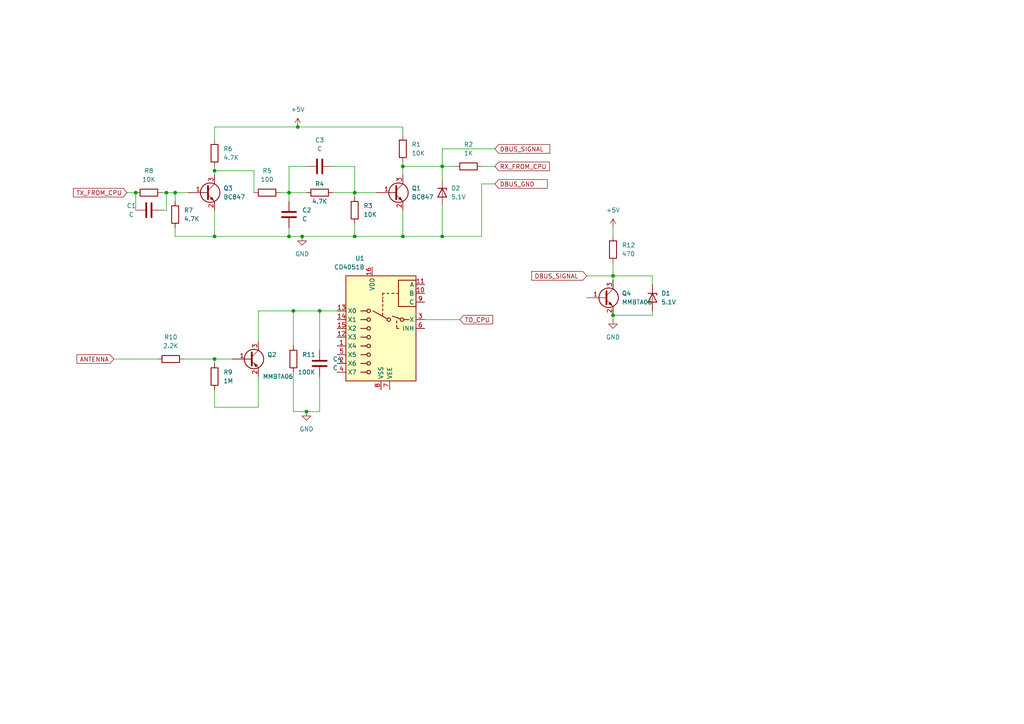
<source format=kicad_sch>
(kicad_sch (version 20230121) (generator eeschema)

  (uuid e49dddc3-da5f-4ba5-9b10-7467357d663a)

  (paper "A4")

  (lib_symbols
    (symbol "Analog_Switch:CD4051B" (in_bom yes) (on_board yes)
      (property "Reference" "U" (at -10.16 16.51 0)
        (effects (font (size 1.27 1.27)) (justify left))
      )
      (property "Value" "CD4051B" (at 3.81 16.51 0)
        (effects (font (size 1.27 1.27)) (justify left))
      )
      (property "Footprint" "" (at 3.81 -19.05 0)
        (effects (font (size 1.27 1.27)) (justify left) hide)
      )
      (property "Datasheet" "http://www.ti.com/lit/ds/symlink/cd4052b.pdf" (at -0.508 2.54 0)
        (effects (font (size 1.27 1.27)) hide)
      )
      (property "ki_keywords" "analog switch selector multiplexer" (at 0 0 0)
        (effects (font (size 1.27 1.27)) hide)
      )
      (property "ki_description" "CMOS single 8-channel analog multiplexer demultiplexer, TSSOP-16/DIP-16/SOIC-16" (at 0 0 0)
        (effects (font (size 1.27 1.27)) hide)
      )
      (property "ki_fp_filters" "TSSOP*4.4x5mm*P0.65mm* DIP*W7.62* SOIC*3.9x9.9mm*P1.27mm* SO*5.3x10.2mm*P1.27mm*" (at 0 0 0)
        (effects (font (size 1.27 1.27)) hide)
      )
      (symbol "CD4051B_0_1"
        (rectangle (start -10.16 6.35) (end -5.08 13.97)
          (stroke (width 0.254) (type default))
          (fill (type none))
        )
        (rectangle (start -10.16 15.24) (end 10.16 -15.24)
          (stroke (width 0.254) (type default))
          (fill (type background))
        )
        (circle (center -6.096 2.54) (radius 0.508)
          (stroke (width 0.254) (type default))
          (fill (type none))
        )
        (circle (center -2.286 2.54) (radius 0.508)
          (stroke (width 0.254) (type default))
          (fill (type none))
        )
        (polyline
          (pts
            (xy -8.128 2.54)
            (xy -6.604 2.54)
          )
          (stroke (width 0.254) (type default))
          (fill (type none))
        )
        (polyline
          (pts
            (xy -5.588 2.794)
            (xy -3.302 3.556)
          )
          (stroke (width 0.254) (type default))
          (fill (type none))
        )
        (polyline
          (pts
            (xy -4.572 0)
            (xy -5.207 0)
          )
          (stroke (width 0.254) (type default))
          (fill (type none))
        )
        (polyline
          (pts
            (xy -4.572 0.254)
            (xy -4.572 0.889)
          )
          (stroke (width 0.254) (type default))
          (fill (type none))
        )
        (polyline
          (pts
            (xy -4.572 1.524)
            (xy -4.572 2.159)
          )
          (stroke (width 0.254) (type default))
          (fill (type none))
        )
        (polyline
          (pts
            (xy -4.572 10.16)
            (xy -5.08 10.16)
          )
          (stroke (width 0.254) (type default))
          (fill (type none))
        )
        (polyline
          (pts
            (xy -3.81 10.16)
            (xy -3.175 10.16)
          )
          (stroke (width 0.254) (type default))
          (fill (type none))
        )
        (polyline
          (pts
            (xy -1.778 2.794)
            (xy 2.286 5.08)
          )
          (stroke (width 0.254) (type default))
          (fill (type none))
        )
        (polyline
          (pts
            (xy -1.778 10.16)
            (xy -2.286 10.16)
          )
          (stroke (width 0.254) (type default))
          (fill (type none))
        )
        (polyline
          (pts
            (xy -0.508 3.81)
            (xy -0.508 4.445)
          )
          (stroke (width 0.254) (type default))
          (fill (type none))
        )
        (polyline
          (pts
            (xy -0.508 5.08)
            (xy -0.508 5.715)
          )
          (stroke (width 0.254) (type default))
          (fill (type none))
        )
        (polyline
          (pts
            (xy -0.508 6.35)
            (xy -0.508 6.985)
          )
          (stroke (width 0.254) (type default))
          (fill (type none))
        )
        (polyline
          (pts
            (xy -0.508 7.62)
            (xy -0.508 8.255)
          )
          (stroke (width 0.254) (type default))
          (fill (type none))
        )
        (polyline
          (pts
            (xy -0.508 8.636)
            (xy -0.508 9.144)
          )
          (stroke (width 0.254) (type default))
          (fill (type none))
        )
        (polyline
          (pts
            (xy -0.508 9.652)
            (xy -0.508 10.16)
          )
          (stroke (width 0.254) (type default))
          (fill (type none))
        )
        (polyline
          (pts
            (xy -0.508 10.16)
            (xy -1.016 10.16)
          )
          (stroke (width 0.254) (type default))
          (fill (type none))
        )
        (polyline
          (pts
            (xy 4.064 -12.7)
            (xy 5.842 -12.7)
          )
          (stroke (width 0.254) (type default))
          (fill (type none))
        )
        (polyline
          (pts
            (xy 4.064 -10.16)
            (xy 5.842 -10.16)
          )
          (stroke (width 0.254) (type default))
          (fill (type none))
        )
        (polyline
          (pts
            (xy 4.064 -7.62)
            (xy 5.842 -7.62)
          )
          (stroke (width 0.254) (type default))
          (fill (type none))
        )
        (polyline
          (pts
            (xy 4.064 -5.08)
            (xy 5.842 -5.08)
          )
          (stroke (width 0.254) (type default))
          (fill (type none))
        )
        (polyline
          (pts
            (xy 4.064 -2.54)
            (xy 5.842 -2.54)
          )
          (stroke (width 0.254) (type default))
          (fill (type none))
        )
        (polyline
          (pts
            (xy 4.064 0)
            (xy 5.842 0)
          )
          (stroke (width 0.254) (type default))
          (fill (type none))
        )
        (polyline
          (pts
            (xy 4.064 2.54)
            (xy 5.842 2.54)
          )
          (stroke (width 0.254) (type default))
          (fill (type none))
        )
        (polyline
          (pts
            (xy 4.064 5.08)
            (xy 5.842 5.08)
          )
          (stroke (width 0.254) (type default))
          (fill (type none))
        )
        (circle (center 3.556 -12.7) (radius 0.508)
          (stroke (width 0.254) (type default))
          (fill (type none))
        )
        (circle (center 3.556 -10.16) (radius 0.508)
          (stroke (width 0.254) (type default))
          (fill (type none))
        )
        (circle (center 3.556 -7.62) (radius 0.508)
          (stroke (width 0.254) (type default))
          (fill (type none))
        )
        (circle (center 3.556 -5.08) (radius 0.508)
          (stroke (width 0.254) (type default))
          (fill (type none))
        )
        (circle (center 3.556 -2.54) (radius 0.508)
          (stroke (width 0.254) (type default))
          (fill (type none))
        )
        (circle (center 3.556 0) (radius 0.508)
          (stroke (width 0.254) (type default))
          (fill (type none))
        )
        (circle (center 3.556 2.54) (radius 0.508)
          (stroke (width 0.254) (type default))
          (fill (type none))
        )
        (circle (center 3.556 5.08) (radius 0.508)
          (stroke (width 0.254) (type default))
          (fill (type none))
        )
      )
      (symbol "CD4051B_1_1"
        (pin bidirectional line (at 12.7 -5.08 180) (length 2.54)
          (name "X4" (effects (font (size 1.27 1.27))))
          (number "1" (effects (font (size 1.27 1.27))))
        )
        (pin input line (at -12.7 10.16 0) (length 2.54)
          (name "B" (effects (font (size 1.27 1.27))))
          (number "10" (effects (font (size 1.27 1.27))))
        )
        (pin input line (at -12.7 12.7 0) (length 2.54)
          (name "A" (effects (font (size 1.27 1.27))))
          (number "11" (effects (font (size 1.27 1.27))))
        )
        (pin bidirectional line (at 12.7 -2.54 180) (length 2.54)
          (name "X3" (effects (font (size 1.27 1.27))))
          (number "12" (effects (font (size 1.27 1.27))))
        )
        (pin bidirectional line (at 12.7 5.08 180) (length 2.54)
          (name "X0" (effects (font (size 1.27 1.27))))
          (number "13" (effects (font (size 1.27 1.27))))
        )
        (pin bidirectional line (at 12.7 2.54 180) (length 2.54)
          (name "X1" (effects (font (size 1.27 1.27))))
          (number "14" (effects (font (size 1.27 1.27))))
        )
        (pin bidirectional line (at 12.7 0 180) (length 2.54)
          (name "X2" (effects (font (size 1.27 1.27))))
          (number "15" (effects (font (size 1.27 1.27))))
        )
        (pin power_in line (at 2.54 17.78 270) (length 2.54)
          (name "VDD" (effects (font (size 1.27 1.27))))
          (number "16" (effects (font (size 1.27 1.27))))
        )
        (pin bidirectional line (at 12.7 -10.16 180) (length 2.54)
          (name "X6" (effects (font (size 1.27 1.27))))
          (number "2" (effects (font (size 1.27 1.27))))
        )
        (pin bidirectional line (at -12.7 2.54 0) (length 2.54)
          (name "X" (effects (font (size 1.27 1.27))))
          (number "3" (effects (font (size 1.27 1.27))))
        )
        (pin bidirectional line (at 12.7 -12.7 180) (length 2.54)
          (name "X7" (effects (font (size 1.27 1.27))))
          (number "4" (effects (font (size 1.27 1.27))))
        )
        (pin bidirectional line (at 12.7 -7.62 180) (length 2.54)
          (name "X5" (effects (font (size 1.27 1.27))))
          (number "5" (effects (font (size 1.27 1.27))))
        )
        (pin input line (at -12.7 0 0) (length 2.54)
          (name "INH" (effects (font (size 1.27 1.27))))
          (number "6" (effects (font (size 1.27 1.27))))
        )
        (pin power_in line (at -2.54 -17.78 90) (length 2.54)
          (name "VEE" (effects (font (size 1.27 1.27))))
          (number "7" (effects (font (size 1.27 1.27))))
        )
        (pin power_in line (at 0 -17.78 90) (length 2.54)
          (name "VSS" (effects (font (size 1.27 1.27))))
          (number "8" (effects (font (size 1.27 1.27))))
        )
        (pin input line (at -12.7 7.62 0) (length 2.54)
          (name "C" (effects (font (size 1.27 1.27))))
          (number "9" (effects (font (size 1.27 1.27))))
        )
      )
    )
    (symbol "Device:C" (pin_numbers hide) (pin_names (offset 0.254)) (in_bom yes) (on_board yes)
      (property "Reference" "C" (at 0.635 2.54 0)
        (effects (font (size 1.27 1.27)) (justify left))
      )
      (property "Value" "C" (at 0.635 -2.54 0)
        (effects (font (size 1.27 1.27)) (justify left))
      )
      (property "Footprint" "" (at 0.9652 -3.81 0)
        (effects (font (size 1.27 1.27)) hide)
      )
      (property "Datasheet" "~" (at 0 0 0)
        (effects (font (size 1.27 1.27)) hide)
      )
      (property "ki_keywords" "cap capacitor" (at 0 0 0)
        (effects (font (size 1.27 1.27)) hide)
      )
      (property "ki_description" "Unpolarized capacitor" (at 0 0 0)
        (effects (font (size 1.27 1.27)) hide)
      )
      (property "ki_fp_filters" "C_*" (at 0 0 0)
        (effects (font (size 1.27 1.27)) hide)
      )
      (symbol "C_0_1"
        (polyline
          (pts
            (xy -2.032 -0.762)
            (xy 2.032 -0.762)
          )
          (stroke (width 0.508) (type default))
          (fill (type none))
        )
        (polyline
          (pts
            (xy -2.032 0.762)
            (xy 2.032 0.762)
          )
          (stroke (width 0.508) (type default))
          (fill (type none))
        )
      )
      (symbol "C_1_1"
        (pin passive line (at 0 3.81 270) (length 2.794)
          (name "~" (effects (font (size 1.27 1.27))))
          (number "1" (effects (font (size 1.27 1.27))))
        )
        (pin passive line (at 0 -3.81 90) (length 2.794)
          (name "~" (effects (font (size 1.27 1.27))))
          (number "2" (effects (font (size 1.27 1.27))))
        )
      )
    )
    (symbol "Device:D_Zener" (pin_numbers hide) (pin_names (offset 1.016) hide) (in_bom yes) (on_board yes)
      (property "Reference" "D" (at 0 2.54 0)
        (effects (font (size 1.27 1.27)))
      )
      (property "Value" "D_Zener" (at 0 -2.54 0)
        (effects (font (size 1.27 1.27)))
      )
      (property "Footprint" "" (at 0 0 0)
        (effects (font (size 1.27 1.27)) hide)
      )
      (property "Datasheet" "~" (at 0 0 0)
        (effects (font (size 1.27 1.27)) hide)
      )
      (property "ki_keywords" "diode" (at 0 0 0)
        (effects (font (size 1.27 1.27)) hide)
      )
      (property "ki_description" "Zener diode" (at 0 0 0)
        (effects (font (size 1.27 1.27)) hide)
      )
      (property "ki_fp_filters" "TO-???* *_Diode_* *SingleDiode* D_*" (at 0 0 0)
        (effects (font (size 1.27 1.27)) hide)
      )
      (symbol "D_Zener_0_1"
        (polyline
          (pts
            (xy 1.27 0)
            (xy -1.27 0)
          )
          (stroke (width 0) (type default))
          (fill (type none))
        )
        (polyline
          (pts
            (xy -1.27 -1.27)
            (xy -1.27 1.27)
            (xy -0.762 1.27)
          )
          (stroke (width 0.254) (type default))
          (fill (type none))
        )
        (polyline
          (pts
            (xy 1.27 -1.27)
            (xy 1.27 1.27)
            (xy -1.27 0)
            (xy 1.27 -1.27)
          )
          (stroke (width 0.254) (type default))
          (fill (type none))
        )
      )
      (symbol "D_Zener_1_1"
        (pin passive line (at -3.81 0 0) (length 2.54)
          (name "K" (effects (font (size 1.27 1.27))))
          (number "1" (effects (font (size 1.27 1.27))))
        )
        (pin passive line (at 3.81 0 180) (length 2.54)
          (name "A" (effects (font (size 1.27 1.27))))
          (number "2" (effects (font (size 1.27 1.27))))
        )
      )
    )
    (symbol "Device:R" (pin_numbers hide) (pin_names (offset 0)) (in_bom yes) (on_board yes)
      (property "Reference" "R" (at 2.032 0 90)
        (effects (font (size 1.27 1.27)))
      )
      (property "Value" "R" (at 0 0 90)
        (effects (font (size 1.27 1.27)))
      )
      (property "Footprint" "" (at -1.778 0 90)
        (effects (font (size 1.27 1.27)) hide)
      )
      (property "Datasheet" "~" (at 0 0 0)
        (effects (font (size 1.27 1.27)) hide)
      )
      (property "ki_keywords" "R res resistor" (at 0 0 0)
        (effects (font (size 1.27 1.27)) hide)
      )
      (property "ki_description" "Resistor" (at 0 0 0)
        (effects (font (size 1.27 1.27)) hide)
      )
      (property "ki_fp_filters" "R_*" (at 0 0 0)
        (effects (font (size 1.27 1.27)) hide)
      )
      (symbol "R_0_1"
        (rectangle (start -1.016 -2.54) (end 1.016 2.54)
          (stroke (width 0.254) (type default))
          (fill (type none))
        )
      )
      (symbol "R_1_1"
        (pin passive line (at 0 3.81 270) (length 1.27)
          (name "~" (effects (font (size 1.27 1.27))))
          (number "1" (effects (font (size 1.27 1.27))))
        )
        (pin passive line (at 0 -3.81 90) (length 1.27)
          (name "~" (effects (font (size 1.27 1.27))))
          (number "2" (effects (font (size 1.27 1.27))))
        )
      )
    )
    (symbol "Transistor_BJT:BC847" (pin_names (offset 0) hide) (in_bom yes) (on_board yes)
      (property "Reference" "Q" (at 5.08 1.905 0)
        (effects (font (size 1.27 1.27)) (justify left))
      )
      (property "Value" "BC847" (at 5.08 0 0)
        (effects (font (size 1.27 1.27)) (justify left))
      )
      (property "Footprint" "Package_TO_SOT_SMD:SOT-23" (at 5.08 -1.905 0)
        (effects (font (size 1.27 1.27) italic) (justify left) hide)
      )
      (property "Datasheet" "http://www.infineon.com/dgdl/Infineon-BC847SERIES_BC848SERIES_BC849SERIES_BC850SERIES-DS-v01_01-en.pdf?fileId=db3a304314dca389011541d4630a1657" (at 0 0 0)
        (effects (font (size 1.27 1.27)) (justify left) hide)
      )
      (property "ki_keywords" "NPN Small Signal Transistor" (at 0 0 0)
        (effects (font (size 1.27 1.27)) hide)
      )
      (property "ki_description" "0.1A Ic, 45V Vce, NPN Transistor, SOT-23" (at 0 0 0)
        (effects (font (size 1.27 1.27)) hide)
      )
      (property "ki_fp_filters" "SOT?23*" (at 0 0 0)
        (effects (font (size 1.27 1.27)) hide)
      )
      (symbol "BC847_0_1"
        (polyline
          (pts
            (xy 0.635 0.635)
            (xy 2.54 2.54)
          )
          (stroke (width 0) (type default))
          (fill (type none))
        )
        (polyline
          (pts
            (xy 0.635 -0.635)
            (xy 2.54 -2.54)
            (xy 2.54 -2.54)
          )
          (stroke (width 0) (type default))
          (fill (type none))
        )
        (polyline
          (pts
            (xy 0.635 1.905)
            (xy 0.635 -1.905)
            (xy 0.635 -1.905)
          )
          (stroke (width 0.508) (type default))
          (fill (type none))
        )
        (polyline
          (pts
            (xy 1.27 -1.778)
            (xy 1.778 -1.27)
            (xy 2.286 -2.286)
            (xy 1.27 -1.778)
            (xy 1.27 -1.778)
          )
          (stroke (width 0) (type default))
          (fill (type outline))
        )
        (circle (center 1.27 0) (radius 2.8194)
          (stroke (width 0.254) (type default))
          (fill (type none))
        )
      )
      (symbol "BC847_1_1"
        (pin input line (at -5.08 0 0) (length 5.715)
          (name "B" (effects (font (size 1.27 1.27))))
          (number "1" (effects (font (size 1.27 1.27))))
        )
        (pin passive line (at 2.54 -5.08 90) (length 2.54)
          (name "E" (effects (font (size 1.27 1.27))))
          (number "2" (effects (font (size 1.27 1.27))))
        )
        (pin passive line (at 2.54 5.08 270) (length 2.54)
          (name "C" (effects (font (size 1.27 1.27))))
          (number "3" (effects (font (size 1.27 1.27))))
        )
      )
    )
    (symbol "Transistor_BJT:BC858" (pin_names (offset 0) hide) (in_bom yes) (on_board yes)
      (property "Reference" "Q" (at 5.08 1.905 0)
        (effects (font (size 1.27 1.27)) (justify left))
      )
      (property "Value" "BC858" (at 5.08 0 0)
        (effects (font (size 1.27 1.27)) (justify left))
      )
      (property "Footprint" "Package_TO_SOT_SMD:SOT-23" (at 5.08 -1.905 0)
        (effects (font (size 1.27 1.27) italic) (justify left) hide)
      )
      (property "Datasheet" "https://www.onsemi.com/pub/Collateral/BC860-D.pdf" (at 0 0 0)
        (effects (font (size 1.27 1.27)) (justify left) hide)
      )
      (property "ki_keywords" "PNP transistor" (at 0 0 0)
        (effects (font (size 1.27 1.27)) hide)
      )
      (property "ki_description" "0.1A Ic, 30V Vce, PNP Transistor, SOT-23" (at 0 0 0)
        (effects (font (size 1.27 1.27)) hide)
      )
      (property "ki_fp_filters" "SOT?23*" (at 0 0 0)
        (effects (font (size 1.27 1.27)) hide)
      )
      (symbol "BC858_0_1"
        (polyline
          (pts
            (xy 0.635 0.635)
            (xy 2.54 2.54)
          )
          (stroke (width 0) (type default))
          (fill (type none))
        )
        (polyline
          (pts
            (xy 0.635 -0.635)
            (xy 2.54 -2.54)
            (xy 2.54 -2.54)
          )
          (stroke (width 0) (type default))
          (fill (type none))
        )
        (polyline
          (pts
            (xy 0.635 1.905)
            (xy 0.635 -1.905)
            (xy 0.635 -1.905)
          )
          (stroke (width 0.508) (type default))
          (fill (type none))
        )
        (polyline
          (pts
            (xy 2.286 -1.778)
            (xy 1.778 -2.286)
            (xy 1.27 -1.27)
            (xy 2.286 -1.778)
            (xy 2.286 -1.778)
          )
          (stroke (width 0) (type default))
          (fill (type outline))
        )
        (circle (center 1.27 0) (radius 2.8194)
          (stroke (width 0.254) (type default))
          (fill (type none))
        )
      )
      (symbol "BC858_1_1"
        (pin input line (at -5.08 0 0) (length 5.715)
          (name "B" (effects (font (size 1.27 1.27))))
          (number "1" (effects (font (size 1.27 1.27))))
        )
        (pin passive line (at 2.54 -5.08 90) (length 2.54)
          (name "E" (effects (font (size 1.27 1.27))))
          (number "2" (effects (font (size 1.27 1.27))))
        )
        (pin passive line (at 2.54 5.08 270) (length 2.54)
          (name "C" (effects (font (size 1.27 1.27))))
          (number "3" (effects (font (size 1.27 1.27))))
        )
      )
    )
    (symbol "Transistor_BJT:MMBTA42" (pin_names (offset 0) hide) (in_bom yes) (on_board yes)
      (property "Reference" "Q" (at 5.08 1.905 0)
        (effects (font (size 1.27 1.27)) (justify left))
      )
      (property "Value" "MMBTA42" (at 5.08 0 0)
        (effects (font (size 1.27 1.27)) (justify left))
      )
      (property "Footprint" "Package_TO_SOT_SMD:SOT-23" (at 5.08 -1.905 0)
        (effects (font (size 1.27 1.27) italic) (justify left) hide)
      )
      (property "Datasheet" "https://www.onsemi.com/pub/Collateral/MMBTA42LT1-D.PDF" (at 0 0 0)
        (effects (font (size 1.27 1.27)) (justify left) hide)
      )
      (property "ki_keywords" "NPN High Voltage Transistor" (at 0 0 0)
        (effects (font (size 1.27 1.27)) hide)
      )
      (property "ki_description" "0.5A Ic, 300V Vce, NPN High Voltage Transistor, SOT-23" (at 0 0 0)
        (effects (font (size 1.27 1.27)) hide)
      )
      (property "ki_fp_filters" "SOT?23*" (at 0 0 0)
        (effects (font (size 1.27 1.27)) hide)
      )
      (symbol "MMBTA42_0_1"
        (polyline
          (pts
            (xy 0 0)
            (xy 0.635 0)
          )
          (stroke (width 0) (type default))
          (fill (type none))
        )
        (polyline
          (pts
            (xy 0.635 0.635)
            (xy 2.54 2.54)
          )
          (stroke (width 0) (type default))
          (fill (type none))
        )
        (polyline
          (pts
            (xy 0.635 -0.635)
            (xy 2.54 -2.54)
            (xy 2.54 -2.54)
          )
          (stroke (width 0) (type default))
          (fill (type none))
        )
        (polyline
          (pts
            (xy 0.635 1.905)
            (xy 0.635 -1.905)
            (xy 0.635 -1.905)
          )
          (stroke (width 0.508) (type default))
          (fill (type none))
        )
        (polyline
          (pts
            (xy 1.27 -1.778)
            (xy 1.778 -1.27)
            (xy 2.286 -2.286)
            (xy 1.27 -1.778)
            (xy 1.27 -1.778)
          )
          (stroke (width 0) (type default))
          (fill (type outline))
        )
        (circle (center 1.27 0) (radius 2.8194)
          (stroke (width 0.254) (type default))
          (fill (type none))
        )
      )
      (symbol "MMBTA42_1_1"
        (pin input line (at -5.08 0 0) (length 5.08)
          (name "B" (effects (font (size 1.27 1.27))))
          (number "1" (effects (font (size 1.27 1.27))))
        )
        (pin passive line (at 2.54 -5.08 90) (length 2.54)
          (name "E" (effects (font (size 1.27 1.27))))
          (number "2" (effects (font (size 1.27 1.27))))
        )
        (pin passive line (at 2.54 5.08 270) (length 2.54)
          (name "C" (effects (font (size 1.27 1.27))))
          (number "3" (effects (font (size 1.27 1.27))))
        )
      )
    )
    (symbol "power:+5V" (power) (pin_names (offset 0)) (in_bom yes) (on_board yes)
      (property "Reference" "#PWR" (at 0 -3.81 0)
        (effects (font (size 1.27 1.27)) hide)
      )
      (property "Value" "+5V" (at 0 3.556 0)
        (effects (font (size 1.27 1.27)))
      )
      (property "Footprint" "" (at 0 0 0)
        (effects (font (size 1.27 1.27)) hide)
      )
      (property "Datasheet" "" (at 0 0 0)
        (effects (font (size 1.27 1.27)) hide)
      )
      (property "ki_keywords" "global power" (at 0 0 0)
        (effects (font (size 1.27 1.27)) hide)
      )
      (property "ki_description" "Power symbol creates a global label with name \"+5V\"" (at 0 0 0)
        (effects (font (size 1.27 1.27)) hide)
      )
      (symbol "+5V_0_1"
        (polyline
          (pts
            (xy -0.762 1.27)
            (xy 0 2.54)
          )
          (stroke (width 0) (type default))
          (fill (type none))
        )
        (polyline
          (pts
            (xy 0 0)
            (xy 0 2.54)
          )
          (stroke (width 0) (type default))
          (fill (type none))
        )
        (polyline
          (pts
            (xy 0 2.54)
            (xy 0.762 1.27)
          )
          (stroke (width 0) (type default))
          (fill (type none))
        )
      )
      (symbol "+5V_1_1"
        (pin power_in line (at 0 0 90) (length 0) hide
          (name "+5V" (effects (font (size 1.27 1.27))))
          (number "1" (effects (font (size 1.27 1.27))))
        )
      )
    )
    (symbol "power:GND" (power) (pin_names (offset 0)) (in_bom yes) (on_board yes)
      (property "Reference" "#PWR" (at 0 -6.35 0)
        (effects (font (size 1.27 1.27)) hide)
      )
      (property "Value" "GND" (at 0 -3.81 0)
        (effects (font (size 1.27 1.27)))
      )
      (property "Footprint" "" (at 0 0 0)
        (effects (font (size 1.27 1.27)) hide)
      )
      (property "Datasheet" "" (at 0 0 0)
        (effects (font (size 1.27 1.27)) hide)
      )
      (property "ki_keywords" "global power" (at 0 0 0)
        (effects (font (size 1.27 1.27)) hide)
      )
      (property "ki_description" "Power symbol creates a global label with name \"GND\" , ground" (at 0 0 0)
        (effects (font (size 1.27 1.27)) hide)
      )
      (symbol "GND_0_1"
        (polyline
          (pts
            (xy 0 0)
            (xy 0 -1.27)
            (xy 1.27 -1.27)
            (xy 0 -2.54)
            (xy -1.27 -1.27)
            (xy 0 -1.27)
          )
          (stroke (width 0) (type default))
          (fill (type none))
        )
      )
      (symbol "GND_1_1"
        (pin power_in line (at 0 0 270) (length 0) hide
          (name "GND" (effects (font (size 1.27 1.27))))
          (number "1" (effects (font (size 1.27 1.27))))
        )
      )
    )
  )

  (junction (at 116.84 68.58) (diameter 0) (color 0 0 0 0)
    (uuid 1dbb73a3-9547-45eb-86ae-67948107587f)
  )
  (junction (at 48.26 55.88) (diameter 0) (color 0 0 0 0)
    (uuid 20a7f2cc-ce3d-4551-b957-772a15d765db)
  )
  (junction (at 128.27 48.26) (diameter 0) (color 0 0 0 0)
    (uuid 26727bdc-b534-44da-92a3-775a26d5e99f)
  )
  (junction (at 128.27 68.58) (diameter 0) (color 0 0 0 0)
    (uuid 3307e832-eda0-4df6-983f-8661b9b87042)
  )
  (junction (at 83.82 68.58) (diameter 0) (color 0 0 0 0)
    (uuid 340993df-4762-4fc0-bb93-11e9898c48da)
  )
  (junction (at 50.8 55.88) (diameter 0) (color 0 0 0 0)
    (uuid 444af3a6-193a-44f8-826c-0ee83e475d89)
  )
  (junction (at 177.8 91.44) (diameter 0) (color 0 0 0 0)
    (uuid 5124c508-6878-4dc2-872a-8ca21fc02a29)
  )
  (junction (at 62.23 68.58) (diameter 0) (color 0 0 0 0)
    (uuid 5a5ca521-330d-4ce2-a2be-b775e9e1a4ae)
  )
  (junction (at 92.71 90.17) (diameter 0) (color 0 0 0 0)
    (uuid 5aa3d53f-db47-4bbe-8dcf-80ea6d1e7389)
  )
  (junction (at 87.63 68.58) (diameter 0) (color 0 0 0 0)
    (uuid 6d701240-4d54-425c-9ed4-82af9fa790db)
  )
  (junction (at 86.36 36.83) (diameter 0) (color 0 0 0 0)
    (uuid 80369480-35d8-4631-b59f-9fd21cd94195)
  )
  (junction (at 39.37 55.88) (diameter 0) (color 0 0 0 0)
    (uuid 893915f6-8776-4c65-a099-6eca5e4fb1f9)
  )
  (junction (at 85.09 90.17) (diameter 0) (color 0 0 0 0)
    (uuid 97b0eb6e-599a-4215-890b-03bfb341fe6d)
  )
  (junction (at 83.82 55.88) (diameter 0) (color 0 0 0 0)
    (uuid 9d290c78-1813-4fd5-968a-d4e382f284fb)
  )
  (junction (at 177.8 80.01) (diameter 0) (color 0 0 0 0)
    (uuid a624136a-bb81-48ae-a74c-eea60b268bb8)
  )
  (junction (at 116.84 48.26) (diameter 0) (color 0 0 0 0)
    (uuid b18982e2-fa88-4563-8cda-b99e63bbcb48)
  )
  (junction (at 62.23 49.53) (diameter 0) (color 0 0 0 0)
    (uuid bde7c854-6d6c-42f3-bbcb-c5b60b84d6ee)
  )
  (junction (at 88.9 119.38) (diameter 0) (color 0 0 0 0)
    (uuid bf0667de-5918-41fa-b342-f14dd80f8037)
  )
  (junction (at 62.23 104.14) (diameter 0) (color 0 0 0 0)
    (uuid bfaa8e8f-8f5b-4784-85cd-481636bd6add)
  )
  (junction (at 102.87 55.88) (diameter 0) (color 0 0 0 0)
    (uuid d9e0718a-2376-4e5c-9177-61b623358a87)
  )
  (junction (at 102.87 68.58) (diameter 0) (color 0 0 0 0)
    (uuid e49b81f7-8633-4739-9966-61bb8051c9c4)
  )

  (wire (pts (xy 177.8 92.71) (xy 177.8 91.44))
    (stroke (width 0) (type default))
    (uuid 0039c9ff-bd40-422e-9e73-9a6eb8af01c4)
  )
  (wire (pts (xy 102.87 55.88) (xy 109.22 55.88))
    (stroke (width 0) (type default))
    (uuid 00ffaa02-ccc9-4db7-abe1-c01d7fb65a98)
  )
  (wire (pts (xy 123.19 92.71) (xy 133.35 92.71))
    (stroke (width 0) (type default))
    (uuid 0386b589-602c-407b-89cf-5b3b9218d9ca)
  )
  (wire (pts (xy 102.87 48.26) (xy 102.87 55.88))
    (stroke (width 0) (type default))
    (uuid 041fc0cc-ee89-477c-b387-f2d432febebc)
  )
  (wire (pts (xy 62.23 36.83) (xy 62.23 40.64))
    (stroke (width 0) (type default))
    (uuid 058f54d3-6932-4d03-b29e-23185a3be07b)
  )
  (wire (pts (xy 116.84 46.99) (xy 116.84 48.26))
    (stroke (width 0) (type default))
    (uuid 08c69e8a-8602-488b-84a3-13f8f5cebd1a)
  )
  (wire (pts (xy 62.23 68.58) (xy 83.82 68.58))
    (stroke (width 0) (type default))
    (uuid 0b2fc03b-70a3-4f1d-924f-49b51f1c230a)
  )
  (wire (pts (xy 85.09 107.95) (xy 85.09 119.38))
    (stroke (width 0) (type default))
    (uuid 11d65d68-1778-4db5-b505-b2552fe45143)
  )
  (wire (pts (xy 128.27 43.18) (xy 128.27 48.26))
    (stroke (width 0) (type default))
    (uuid 1395e8f2-0413-4bb8-834d-42d23e155e4a)
  )
  (wire (pts (xy 50.8 68.58) (xy 62.23 68.58))
    (stroke (width 0) (type default))
    (uuid 166b70f5-e69a-4811-969a-7e415e81a6fb)
  )
  (wire (pts (xy 48.26 55.88) (xy 50.8 55.88))
    (stroke (width 0) (type default))
    (uuid 1bc75584-1344-40dd-87e8-5970f21d125e)
  )
  (wire (pts (xy 85.09 90.17) (xy 74.93 90.17))
    (stroke (width 0) (type default))
    (uuid 229ff022-eb07-444d-a737-80af78eb980e)
  )
  (wire (pts (xy 132.08 48.26) (xy 128.27 48.26))
    (stroke (width 0) (type default))
    (uuid 2484c329-93c3-46b9-a13f-824a54054be0)
  )
  (wire (pts (xy 102.87 68.58) (xy 116.84 68.58))
    (stroke (width 0) (type default))
    (uuid 24d4cab7-eb91-4d05-ac8a-2d323e3465e8)
  )
  (wire (pts (xy 53.34 104.14) (xy 62.23 104.14))
    (stroke (width 0) (type default))
    (uuid 2dfd48fb-a7dc-4170-84d4-a2ea55ef8752)
  )
  (wire (pts (xy 128.27 48.26) (xy 128.27 52.07))
    (stroke (width 0) (type default))
    (uuid 2f13e827-a636-4753-bbde-837a601e8444)
  )
  (wire (pts (xy 139.7 68.58) (xy 128.27 68.58))
    (stroke (width 0) (type default))
    (uuid 302886cb-90e7-4fe7-8cf6-a0a6e8e3563c)
  )
  (wire (pts (xy 86.36 36.83) (xy 62.23 36.83))
    (stroke (width 0) (type default))
    (uuid 325bbd96-a5d4-4e7b-b111-a89eaad5494a)
  )
  (wire (pts (xy 177.8 66.04) (xy 177.8 68.58))
    (stroke (width 0) (type default))
    (uuid 354f570a-6516-4b91-b637-2b70ebfd1d90)
  )
  (wire (pts (xy 128.27 59.69) (xy 128.27 68.58))
    (stroke (width 0) (type default))
    (uuid 37a196c3-5261-4213-812e-3e6f876c5f23)
  )
  (wire (pts (xy 116.84 39.37) (xy 116.84 36.83))
    (stroke (width 0) (type default))
    (uuid 38f0af9e-8dd5-487c-889f-5df07c2fb46e)
  )
  (wire (pts (xy 74.93 90.17) (xy 74.93 99.06))
    (stroke (width 0) (type default))
    (uuid 4019b95f-86e3-4229-8118-0ef92708487e)
  )
  (wire (pts (xy 143.51 53.34) (xy 139.7 53.34))
    (stroke (width 0) (type default))
    (uuid 4ac5c5d2-ec88-4d96-bca9-8e02f9f43ddf)
  )
  (wire (pts (xy 62.23 49.53) (xy 62.23 50.8))
    (stroke (width 0) (type default))
    (uuid 4ee8d0f7-636e-4722-963d-3c0adce2e168)
  )
  (wire (pts (xy 143.51 43.18) (xy 128.27 43.18))
    (stroke (width 0) (type default))
    (uuid 4fb8c5c9-11b8-4b6a-ba28-909d166dd836)
  )
  (wire (pts (xy 116.84 48.26) (xy 116.84 50.8))
    (stroke (width 0) (type default))
    (uuid 502b6908-4e4e-423e-9802-49e0077e7070)
  )
  (wire (pts (xy 83.82 66.04) (xy 83.82 68.58))
    (stroke (width 0) (type default))
    (uuid 54b6cd84-75fa-4f8b-a1ff-e5ed44b8f32e)
  )
  (wire (pts (xy 62.23 118.11) (xy 74.93 118.11))
    (stroke (width 0) (type default))
    (uuid 578d86a1-4a4a-4914-a05d-5d3edccc0421)
  )
  (wire (pts (xy 88.9 48.26) (xy 83.82 48.26))
    (stroke (width 0) (type default))
    (uuid 5bcc1945-b82a-4f20-ab47-18c9cdec54c5)
  )
  (wire (pts (xy 83.82 55.88) (xy 88.9 55.88))
    (stroke (width 0) (type default))
    (uuid 5d2f6703-f6f6-46fa-b8c4-759bb131e303)
  )
  (wire (pts (xy 62.23 60.96) (xy 62.23 68.58))
    (stroke (width 0) (type default))
    (uuid 5ddcbc1c-72a8-4880-a7a6-775286962bb3)
  )
  (wire (pts (xy 33.02 104.14) (xy 45.72 104.14))
    (stroke (width 0) (type default))
    (uuid 5e1f3738-cf6c-4334-bd57-6191e40c3d93)
  )
  (wire (pts (xy 62.23 104.14) (xy 62.23 105.41))
    (stroke (width 0) (type default))
    (uuid 5fa8b6b9-cdf8-476d-b6b8-8ae438a5cf94)
  )
  (wire (pts (xy 36.83 55.88) (xy 39.37 55.88))
    (stroke (width 0) (type default))
    (uuid 65435ddd-8c8e-4332-8500-161d4fa01948)
  )
  (wire (pts (xy 102.87 55.88) (xy 102.87 57.15))
    (stroke (width 0) (type default))
    (uuid 67c9b673-969c-441c-9934-4aced68fddf4)
  )
  (wire (pts (xy 62.23 113.03) (xy 62.23 118.11))
    (stroke (width 0) (type default))
    (uuid 6fc65001-84ac-41f5-a6a8-2fd8af22464b)
  )
  (wire (pts (xy 177.8 80.01) (xy 177.8 76.2))
    (stroke (width 0) (type default))
    (uuid 728f87d9-7e8d-4337-97db-0e51399598f5)
  )
  (wire (pts (xy 189.23 90.17) (xy 189.23 91.44))
    (stroke (width 0) (type default))
    (uuid 78b99994-e97b-4d72-beb9-9da7c1915317)
  )
  (wire (pts (xy 177.8 91.44) (xy 189.23 91.44))
    (stroke (width 0) (type default))
    (uuid 8dcb9a13-6bad-4000-90bc-84e8f3ce9fa1)
  )
  (wire (pts (xy 97.79 90.17) (xy 92.71 90.17))
    (stroke (width 0) (type default))
    (uuid 8e038374-6d6b-474a-a9d8-3fe330fc7be8)
  )
  (wire (pts (xy 139.7 48.26) (xy 143.51 48.26))
    (stroke (width 0) (type default))
    (uuid 8f580dc6-0bf0-4546-8494-a8fba105a90a)
  )
  (wire (pts (xy 92.71 90.17) (xy 85.09 90.17))
    (stroke (width 0) (type default))
    (uuid 92eed3f2-be18-4c51-8e69-1823ce4ba90c)
  )
  (wire (pts (xy 116.84 60.96) (xy 116.84 68.58))
    (stroke (width 0) (type default))
    (uuid 93b584b1-b054-41f8-a90d-8a49acf3e21e)
  )
  (wire (pts (xy 62.23 104.14) (xy 67.31 104.14))
    (stroke (width 0) (type default))
    (uuid 97d3551c-1375-4540-9483-370e04f447f6)
  )
  (wire (pts (xy 83.82 48.26) (xy 83.82 55.88))
    (stroke (width 0) (type default))
    (uuid 98d518f9-c590-428a-bd23-eae1f5d5a780)
  )
  (wire (pts (xy 81.28 55.88) (xy 83.82 55.88))
    (stroke (width 0) (type default))
    (uuid a1a9bb8c-f3ce-4347-814b-f24ec04fc0e8)
  )
  (wire (pts (xy 139.7 53.34) (xy 139.7 68.58))
    (stroke (width 0) (type default))
    (uuid a39c2bbe-6f5e-480a-8f15-0cb7c46e9c01)
  )
  (wire (pts (xy 92.71 119.38) (xy 92.71 109.22))
    (stroke (width 0) (type default))
    (uuid a500de22-3439-4cb0-9320-81e3d1307199)
  )
  (wire (pts (xy 50.8 55.88) (xy 50.8 58.42))
    (stroke (width 0) (type default))
    (uuid aa12936d-7f88-465b-8838-2291f56af714)
  )
  (wire (pts (xy 48.26 60.96) (xy 48.26 55.88))
    (stroke (width 0) (type default))
    (uuid b08d621d-e7f7-4342-88c2-2ab820a633aa)
  )
  (wire (pts (xy 83.82 55.88) (xy 83.82 58.42))
    (stroke (width 0) (type default))
    (uuid b1741695-0e12-415f-8487-f57ebae9a093)
  )
  (wire (pts (xy 177.8 80.01) (xy 177.8 81.28))
    (stroke (width 0) (type default))
    (uuid b4decc2f-9adb-49a8-af16-02ca2b9d1639)
  )
  (wire (pts (xy 116.84 68.58) (xy 128.27 68.58))
    (stroke (width 0) (type default))
    (uuid b5b1ecf6-f6d2-4f42-a647-9c723edda986)
  )
  (wire (pts (xy 88.9 119.38) (xy 92.71 119.38))
    (stroke (width 0) (type default))
    (uuid b6c8d5cd-5ff0-4019-954b-48c2f360ed7d)
  )
  (wire (pts (xy 74.93 118.11) (xy 74.93 109.22))
    (stroke (width 0) (type default))
    (uuid b8dad063-b040-41ca-8771-3f099a597b69)
  )
  (wire (pts (xy 102.87 64.77) (xy 102.87 68.58))
    (stroke (width 0) (type default))
    (uuid c4d382a7-cb47-4167-becf-89896bea8001)
  )
  (wire (pts (xy 96.52 55.88) (xy 102.87 55.88))
    (stroke (width 0) (type default))
    (uuid c9a04112-77b9-49e9-91df-aeeef746155c)
  )
  (wire (pts (xy 85.09 90.17) (xy 85.09 100.33))
    (stroke (width 0) (type default))
    (uuid cfac9c61-a431-4eab-91f3-fdd044025353)
  )
  (wire (pts (xy 46.99 55.88) (xy 48.26 55.88))
    (stroke (width 0) (type default))
    (uuid d5264d64-cee7-40e9-9a72-aac64238f1a2)
  )
  (wire (pts (xy 50.8 66.04) (xy 50.8 68.58))
    (stroke (width 0) (type default))
    (uuid d6e16212-e728-4ac8-b608-266b1addaebc)
  )
  (wire (pts (xy 116.84 48.26) (xy 128.27 48.26))
    (stroke (width 0) (type default))
    (uuid d759318a-9599-4430-aa1b-5667b765a992)
  )
  (wire (pts (xy 46.99 60.96) (xy 48.26 60.96))
    (stroke (width 0) (type default))
    (uuid d77b57e4-63d8-45ec-b6be-8eeaf7be040e)
  )
  (wire (pts (xy 116.84 36.83) (xy 86.36 36.83))
    (stroke (width 0) (type default))
    (uuid debb3503-5316-490e-b4fa-95de0cc43376)
  )
  (wire (pts (xy 73.66 49.53) (xy 73.66 55.88))
    (stroke (width 0) (type default))
    (uuid decddda0-21d5-42ab-9627-849162d03a98)
  )
  (wire (pts (xy 83.82 68.58) (xy 87.63 68.58))
    (stroke (width 0) (type default))
    (uuid e0858fea-f2a5-448e-8dbd-cf9d2e26d4b7)
  )
  (wire (pts (xy 39.37 55.88) (xy 39.37 60.96))
    (stroke (width 0) (type default))
    (uuid e2ec4c9a-6d90-4d1a-bc65-38ebaf56e4f1)
  )
  (wire (pts (xy 85.09 119.38) (xy 88.9 119.38))
    (stroke (width 0) (type default))
    (uuid e3ae8df5-3577-4ea3-b7f7-d8c87d730a88)
  )
  (wire (pts (xy 189.23 80.01) (xy 189.23 82.55))
    (stroke (width 0) (type default))
    (uuid e6137c14-08d8-4b14-8e05-3f55017aa953)
  )
  (wire (pts (xy 50.8 55.88) (xy 54.61 55.88))
    (stroke (width 0) (type default))
    (uuid e7cd81d1-c15a-4aa5-bbeb-a7bcd2c48382)
  )
  (wire (pts (xy 170.18 80.01) (xy 177.8 80.01))
    (stroke (width 0) (type default))
    (uuid ead026a9-4234-4eaf-a745-c7177a47204d)
  )
  (wire (pts (xy 96.52 48.26) (xy 102.87 48.26))
    (stroke (width 0) (type default))
    (uuid ecad332c-759f-4194-8b78-a5c11e7afacd)
  )
  (wire (pts (xy 87.63 68.58) (xy 102.87 68.58))
    (stroke (width 0) (type default))
    (uuid ef4fe033-0d80-4c3c-bf72-a50f2fb6c286)
  )
  (wire (pts (xy 62.23 49.53) (xy 73.66 49.53))
    (stroke (width 0) (type default))
    (uuid f30d25ec-c706-4641-ac25-1400469ae8b4)
  )
  (wire (pts (xy 92.71 90.17) (xy 92.71 101.6))
    (stroke (width 0) (type default))
    (uuid f403abc4-49b2-4d1c-869d-fa63e034f792)
  )
  (wire (pts (xy 177.8 80.01) (xy 189.23 80.01))
    (stroke (width 0) (type default))
    (uuid f77bd813-7ee9-4f9c-9611-3077dd5b4a4b)
  )
  (wire (pts (xy 62.23 48.26) (xy 62.23 49.53))
    (stroke (width 0) (type default))
    (uuid fff7975a-064d-421b-8785-241b0e160663)
  )

  (global_label "DBUS_SIGNAL " (shape input) (at 170.18 80.01 180) (fields_autoplaced)
    (effects (font (size 1.27 1.27)) (justify right))
    (uuid 5c3b475b-cd30-46cc-a1fe-7c17a490436a)
    (property "Intersheetrefs" "${INTERSHEET_REFS}" (at 153.6481 80.01 0)
      (effects (font (size 1.27 1.27)) (justify right) hide)
    )
  )
  (global_label "RX_FROM_CPU" (shape input) (at 143.51 48.26 0) (fields_autoplaced)
    (effects (font (size 1.27 1.27)) (justify left))
    (uuid 8b9e500c-6a0d-4a89-aaa2-ec674a92abd8)
    (property "Intersheetrefs" "${INTERSHEET_REFS}" (at 159.9209 48.26 0)
      (effects (font (size 1.27 1.27)) (justify left) hide)
    )
  )
  (global_label "TO_CPU" (shape input) (at 133.35 92.71 0) (fields_autoplaced)
    (effects (font (size 1.27 1.27)) (justify left))
    (uuid 9629a9a2-3792-494a-ae0f-05c5a3434108)
    (property "Intersheetrefs" "${INTERSHEET_REFS}" (at 143.4714 92.71 0)
      (effects (font (size 1.27 1.27)) (justify left) hide)
    )
  )
  (global_label "ANTENNA" (shape input) (at 33.02 104.14 180) (fields_autoplaced)
    (effects (font (size 1.27 1.27)) (justify right))
    (uuid 9a696c0b-2850-4937-8302-63b1ee7a2c9f)
    (property "Intersheetrefs" "${INTERSHEET_REFS}" (at 21.7495 104.14 0)
      (effects (font (size 1.27 1.27)) (justify right) hide)
    )
  )
  (global_label "DBUS_SIGNAL " (shape input) (at 143.51 43.18 0) (fields_autoplaced)
    (effects (font (size 1.27 1.27)) (justify left))
    (uuid a73ccc06-763b-435a-b126-097512c98946)
    (property "Intersheetrefs" "${INTERSHEET_REFS}" (at 160.0419 43.18 0)
      (effects (font (size 1.27 1.27)) (justify left) hide)
    )
  )
  (global_label "DBUS_GND   " (shape input) (at 143.51 53.34 0) (fields_autoplaced)
    (effects (font (size 1.27 1.27)) (justify left))
    (uuid d56493e6-6d63-4fe1-8a8d-c0adeaee5a1a)
    (property "Intersheetrefs" "${INTERSHEET_REFS}" (at 159.3161 53.34 0)
      (effects (font (size 1.27 1.27)) (justify left) hide)
    )
  )
  (global_label "TX_FROM_CPU" (shape input) (at 36.83 55.88 180) (fields_autoplaced)
    (effects (font (size 1.27 1.27)) (justify right))
    (uuid dcfce661-9100-4420-a4f7-d633941a93ca)
    (property "Intersheetrefs" "${INTERSHEET_REFS}" (at 20.7215 55.88 0)
      (effects (font (size 1.27 1.27)) (justify right) hide)
    )
  )

  (symbol (lib_id "Device:C") (at 43.18 60.96 90) (unit 1)
    (in_bom yes) (on_board yes) (dnp no)
    (uuid 07b938c6-a086-4719-980f-f99811ee9ac3)
    (property "Reference" "C1" (at 38.1 59.69 90)
      (effects (font (size 1.27 1.27)))
    )
    (property "Value" "C" (at 38.1 62.23 90)
      (effects (font (size 1.27 1.27)))
    )
    (property "Footprint" "" (at 46.99 59.9948 0)
      (effects (font (size 1.27 1.27)) hide)
    )
    (property "Datasheet" "~" (at 43.18 60.96 0)
      (effects (font (size 1.27 1.27)) hide)
    )
    (pin "2" (uuid fb2e280a-143d-4fc2-8efb-2fd95277cda9))
    (pin "1" (uuid 9380d2f2-0748-46ad-aa10-983db0b5e42c))
    (instances
      (project "BoschOven"
        (path "/e49dddc3-da5f-4ba5-9b10-7467357d663a"
          (reference "C1") (unit 1)
        )
      )
    )
  )

  (symbol (lib_id "Device:R") (at 62.23 44.45 0) (unit 1)
    (in_bom yes) (on_board yes) (dnp no) (fields_autoplaced)
    (uuid 092f2e3e-1c03-428e-b69e-186c1e6438ea)
    (property "Reference" "R6" (at 64.77 43.18 0)
      (effects (font (size 1.27 1.27)) (justify left))
    )
    (property "Value" "4.7K" (at 64.77 45.72 0)
      (effects (font (size 1.27 1.27)) (justify left))
    )
    (property "Footprint" "" (at 60.452 44.45 90)
      (effects (font (size 1.27 1.27)) hide)
    )
    (property "Datasheet" "~" (at 62.23 44.45 0)
      (effects (font (size 1.27 1.27)) hide)
    )
    (pin "1" (uuid fdeac0fb-d6b8-4df4-9280-d5621f50b081))
    (pin "2" (uuid c8c25538-20b3-4c83-b6ae-a074c998dee4))
    (instances
      (project "BoschOven"
        (path "/e49dddc3-da5f-4ba5-9b10-7467357d663a"
          (reference "R6") (unit 1)
        )
      )
    )
  )

  (symbol (lib_id "power:+5V") (at 86.36 36.83 0) (unit 1)
    (in_bom yes) (on_board yes) (dnp no) (fields_autoplaced)
    (uuid 0955f717-3abd-4cb9-ad64-7a8cdc1ee4e5)
    (property "Reference" "#PWR02" (at 86.36 40.64 0)
      (effects (font (size 1.27 1.27)) hide)
    )
    (property "Value" "+5V" (at 86.36 31.75 0)
      (effects (font (size 1.27 1.27)))
    )
    (property "Footprint" "" (at 86.36 36.83 0)
      (effects (font (size 1.27 1.27)) hide)
    )
    (property "Datasheet" "" (at 86.36 36.83 0)
      (effects (font (size 1.27 1.27)) hide)
    )
    (pin "1" (uuid df414ab3-6006-4c06-99e1-358c4b9f1d88))
    (instances
      (project "BoschOven"
        (path "/e49dddc3-da5f-4ba5-9b10-7467357d663a"
          (reference "#PWR02") (unit 1)
        )
      )
    )
  )

  (symbol (lib_id "Device:R") (at 135.89 48.26 90) (unit 1)
    (in_bom yes) (on_board yes) (dnp no) (fields_autoplaced)
    (uuid 0a383e6e-0c0c-464b-a9ce-977926d5c4ce)
    (property "Reference" "R2" (at 135.89 41.91 90)
      (effects (font (size 1.27 1.27)))
    )
    (property "Value" "1K" (at 135.89 44.45 90)
      (effects (font (size 1.27 1.27)))
    )
    (property "Footprint" "" (at 135.89 50.038 90)
      (effects (font (size 1.27 1.27)) hide)
    )
    (property "Datasheet" "~" (at 135.89 48.26 0)
      (effects (font (size 1.27 1.27)) hide)
    )
    (pin "2" (uuid 7f5fda34-0e5a-47ae-9ba0-f536037994fa))
    (pin "1" (uuid 33372e22-0cd9-4ca3-b88d-b2af01f4089b))
    (instances
      (project "BoschOven"
        (path "/e49dddc3-da5f-4ba5-9b10-7467357d663a"
          (reference "R2") (unit 1)
        )
      )
    )
  )

  (symbol (lib_id "Device:R") (at 50.8 62.23 0) (unit 1)
    (in_bom yes) (on_board yes) (dnp no) (fields_autoplaced)
    (uuid 244a63b0-f154-40ef-8067-0b9ed2adfb2c)
    (property "Reference" "R7" (at 53.34 60.96 0)
      (effects (font (size 1.27 1.27)) (justify left))
    )
    (property "Value" "4.7K" (at 53.34 63.5 0)
      (effects (font (size 1.27 1.27)) (justify left))
    )
    (property "Footprint" "" (at 49.022 62.23 90)
      (effects (font (size 1.27 1.27)) hide)
    )
    (property "Datasheet" "~" (at 50.8 62.23 0)
      (effects (font (size 1.27 1.27)) hide)
    )
    (pin "1" (uuid f1b2abed-5331-4441-9602-5027dcc61f0c))
    (pin "2" (uuid d528e189-061f-4d30-a878-69afae2f10fe))
    (instances
      (project "BoschOven"
        (path "/e49dddc3-da5f-4ba5-9b10-7467357d663a"
          (reference "R7") (unit 1)
        )
      )
    )
  )

  (symbol (lib_id "Device:D_Zener") (at 189.23 86.36 270) (unit 1)
    (in_bom yes) (on_board yes) (dnp no) (fields_autoplaced)
    (uuid 2a653150-d13d-463b-ae9a-cf91a536b70e)
    (property "Reference" "D1" (at 191.77 85.09 90)
      (effects (font (size 1.27 1.27)) (justify left))
    )
    (property "Value" "5.1V" (at 191.77 87.63 90)
      (effects (font (size 1.27 1.27)) (justify left))
    )
    (property "Footprint" "" (at 189.23 86.36 0)
      (effects (font (size 1.27 1.27)) hide)
    )
    (property "Datasheet" "~" (at 189.23 86.36 0)
      (effects (font (size 1.27 1.27)) hide)
    )
    (pin "2" (uuid 579cad50-65b1-453d-b966-49c3e95d4d27))
    (pin "1" (uuid e9051a61-29ec-449a-839b-b133d4d493dd))
    (instances
      (project "BoschOven"
        (path "/e49dddc3-da5f-4ba5-9b10-7467357d663a"
          (reference "D1") (unit 1)
        )
      )
    )
  )

  (symbol (lib_id "Device:R") (at 43.18 55.88 90) (unit 1)
    (in_bom yes) (on_board yes) (dnp no) (fields_autoplaced)
    (uuid 317bfda5-204d-4a7e-8b36-b7f2c7bce83c)
    (property "Reference" "R8" (at 43.18 49.53 90)
      (effects (font (size 1.27 1.27)))
    )
    (property "Value" "10K" (at 43.18 52.07 90)
      (effects (font (size 1.27 1.27)))
    )
    (property "Footprint" "" (at 43.18 57.658 90)
      (effects (font (size 1.27 1.27)) hide)
    )
    (property "Datasheet" "~" (at 43.18 55.88 0)
      (effects (font (size 1.27 1.27)) hide)
    )
    (pin "1" (uuid 950399de-07fa-4e44-ab9e-d734076b9c3b))
    (pin "2" (uuid 9a7381b2-4a25-4ae1-a77c-b6afa2aa1b19))
    (instances
      (project "BoschOven"
        (path "/e49dddc3-da5f-4ba5-9b10-7467357d663a"
          (reference "R8") (unit 1)
        )
      )
    )
  )

  (symbol (lib_id "Transistor_BJT:BC847") (at 59.69 55.88 0) (unit 1)
    (in_bom yes) (on_board yes) (dnp no) (fields_autoplaced)
    (uuid 354eb400-23f0-4ebb-86dc-3d6f9ca59fff)
    (property "Reference" "Q3" (at 64.77 54.61 0)
      (effects (font (size 1.27 1.27)) (justify left))
    )
    (property "Value" "BC847" (at 64.77 57.15 0)
      (effects (font (size 1.27 1.27)) (justify left))
    )
    (property "Footprint" "Package_TO_SOT_SMD:SOT-23" (at 64.77 57.785 0)
      (effects (font (size 1.27 1.27) italic) (justify left) hide)
    )
    (property "Datasheet" "http://www.infineon.com/dgdl/Infineon-BC847SERIES_BC848SERIES_BC849SERIES_BC850SERIES-DS-v01_01-en.pdf?fileId=db3a304314dca389011541d4630a1657" (at 59.69 55.88 0)
      (effects (font (size 1.27 1.27)) (justify left) hide)
    )
    (pin "2" (uuid b6ded86d-e6ad-4378-8124-dbb65c53a7bf))
    (pin "3" (uuid 404d58b6-0d24-4485-b97c-462064b0c32f))
    (pin "1" (uuid 40d47413-357d-41a7-ba60-46bac62ccba2))
    (instances
      (project "BoschOven"
        (path "/e49dddc3-da5f-4ba5-9b10-7467357d663a"
          (reference "Q3") (unit 1)
        )
      )
    )
  )

  (symbol (lib_id "power:GND") (at 88.9 119.38 0) (unit 1)
    (in_bom yes) (on_board yes) (dnp no) (fields_autoplaced)
    (uuid 3bb48c54-5a49-4458-b05f-88154e698c09)
    (property "Reference" "#PWR03" (at 88.9 125.73 0)
      (effects (font (size 1.27 1.27)) hide)
    )
    (property "Value" "GND" (at 88.9 124.46 0)
      (effects (font (size 1.27 1.27)))
    )
    (property "Footprint" "" (at 88.9 119.38 0)
      (effects (font (size 1.27 1.27)) hide)
    )
    (property "Datasheet" "" (at 88.9 119.38 0)
      (effects (font (size 1.27 1.27)) hide)
    )
    (pin "1" (uuid 8447d83f-7802-4016-b689-dad4b0f68db5))
    (instances
      (project "BoschOven"
        (path "/e49dddc3-da5f-4ba5-9b10-7467357d663a"
          (reference "#PWR03") (unit 1)
        )
      )
    )
  )

  (symbol (lib_id "power:GND") (at 177.8 92.71 0) (unit 1)
    (in_bom yes) (on_board yes) (dnp no) (fields_autoplaced)
    (uuid 4a866346-28ef-4f21-8c30-e2797ddd627f)
    (property "Reference" "#PWR05" (at 177.8 99.06 0)
      (effects (font (size 1.27 1.27)) hide)
    )
    (property "Value" "GND" (at 177.8 97.79 0)
      (effects (font (size 1.27 1.27)))
    )
    (property "Footprint" "" (at 177.8 92.71 0)
      (effects (font (size 1.27 1.27)) hide)
    )
    (property "Datasheet" "" (at 177.8 92.71 0)
      (effects (font (size 1.27 1.27)) hide)
    )
    (pin "1" (uuid 1c583cdd-4a4b-4d89-8eb0-20c41951b51f))
    (instances
      (project "BoschOven"
        (path "/e49dddc3-da5f-4ba5-9b10-7467357d663a"
          (reference "#PWR05") (unit 1)
        )
      )
    )
  )

  (symbol (lib_id "Device:C") (at 92.71 105.41 0) (unit 1)
    (in_bom yes) (on_board yes) (dnp no) (fields_autoplaced)
    (uuid 4d1ea517-641f-44e7-a3b7-538466811ca6)
    (property "Reference" "C4" (at 96.52 104.14 0)
      (effects (font (size 1.27 1.27)) (justify left))
    )
    (property "Value" "C" (at 96.52 106.68 0)
      (effects (font (size 1.27 1.27)) (justify left))
    )
    (property "Footprint" "" (at 93.6752 109.22 0)
      (effects (font (size 1.27 1.27)) hide)
    )
    (property "Datasheet" "~" (at 92.71 105.41 0)
      (effects (font (size 1.27 1.27)) hide)
    )
    (pin "1" (uuid d6851031-9c8a-40bf-8afe-f15aa9779469))
    (pin "2" (uuid ea03ffb6-46cd-4101-b9af-18d6bb97e57e))
    (instances
      (project "BoschOven"
        (path "/e49dddc3-da5f-4ba5-9b10-7467357d663a"
          (reference "C4") (unit 1)
        )
      )
    )
  )

  (symbol (lib_id "Device:C") (at 92.71 48.26 90) (unit 1)
    (in_bom yes) (on_board yes) (dnp no) (fields_autoplaced)
    (uuid 716bc3bf-b28c-4738-9fd2-712a40361890)
    (property "Reference" "C3" (at 92.71 40.64 90)
      (effects (font (size 1.27 1.27)))
    )
    (property "Value" "C" (at 92.71 43.18 90)
      (effects (font (size 1.27 1.27)))
    )
    (property "Footprint" "" (at 96.52 47.2948 0)
      (effects (font (size 1.27 1.27)) hide)
    )
    (property "Datasheet" "~" (at 92.71 48.26 0)
      (effects (font (size 1.27 1.27)) hide)
    )
    (pin "1" (uuid aa01adb8-8887-4754-9411-61254107d6a0))
    (pin "2" (uuid 0a38aefd-9d09-4b90-af68-547fd34d0ab8))
    (instances
      (project "BoschOven"
        (path "/e49dddc3-da5f-4ba5-9b10-7467357d663a"
          (reference "C3") (unit 1)
        )
      )
    )
  )

  (symbol (lib_id "Device:R") (at 102.87 60.96 0) (unit 1)
    (in_bom yes) (on_board yes) (dnp no) (fields_autoplaced)
    (uuid 734b33ce-15d3-4cb3-95b9-dce84a26fe20)
    (property "Reference" "R3" (at 105.41 59.69 0)
      (effects (font (size 1.27 1.27)) (justify left))
    )
    (property "Value" "10K" (at 105.41 62.23 0)
      (effects (font (size 1.27 1.27)) (justify left))
    )
    (property "Footprint" "" (at 101.092 60.96 90)
      (effects (font (size 1.27 1.27)) hide)
    )
    (property "Datasheet" "~" (at 102.87 60.96 0)
      (effects (font (size 1.27 1.27)) hide)
    )
    (pin "1" (uuid 673573c4-f201-4710-b677-c063be9798a2))
    (pin "2" (uuid 906d5d3d-0bd4-4531-8d50-c27fb9dc7dfd))
    (instances
      (project "BoschOven"
        (path "/e49dddc3-da5f-4ba5-9b10-7467357d663a"
          (reference "R3") (unit 1)
        )
      )
    )
  )

  (symbol (lib_id "Device:C") (at 83.82 62.23 0) (unit 1)
    (in_bom yes) (on_board yes) (dnp no) (fields_autoplaced)
    (uuid 77108cc0-ac38-48c8-8a6d-f0fa2857bc30)
    (property "Reference" "C2" (at 87.63 60.96 0)
      (effects (font (size 1.27 1.27)) (justify left))
    )
    (property "Value" "C" (at 87.63 63.5 0)
      (effects (font (size 1.27 1.27)) (justify left))
    )
    (property "Footprint" "" (at 84.7852 66.04 0)
      (effects (font (size 1.27 1.27)) hide)
    )
    (property "Datasheet" "~" (at 83.82 62.23 0)
      (effects (font (size 1.27 1.27)) hide)
    )
    (pin "2" (uuid e9848a70-1b83-485a-84f5-0958304afb75))
    (pin "1" (uuid 5da2eeb0-d668-4c19-8d33-53c03757c76a))
    (instances
      (project "BoschOven"
        (path "/e49dddc3-da5f-4ba5-9b10-7467357d663a"
          (reference "C2") (unit 1)
        )
      )
    )
  )

  (symbol (lib_id "Device:R") (at 49.53 104.14 90) (unit 1)
    (in_bom yes) (on_board yes) (dnp no) (fields_autoplaced)
    (uuid 8de35612-50b1-451a-a106-f65b4a7ae3f3)
    (property "Reference" "R10" (at 49.53 97.79 90)
      (effects (font (size 1.27 1.27)))
    )
    (property "Value" "2.2K" (at 49.53 100.33 90)
      (effects (font (size 1.27 1.27)))
    )
    (property "Footprint" "" (at 49.53 105.918 90)
      (effects (font (size 1.27 1.27)) hide)
    )
    (property "Datasheet" "~" (at 49.53 104.14 0)
      (effects (font (size 1.27 1.27)) hide)
    )
    (pin "2" (uuid e8b3f929-7e22-422b-9e81-e8ee2997d348))
    (pin "1" (uuid d451164d-bf19-4906-aca5-85343ee7742e))
    (instances
      (project "BoschOven"
        (path "/e49dddc3-da5f-4ba5-9b10-7467357d663a"
          (reference "R10") (unit 1)
        )
      )
    )
  )

  (symbol (lib_id "Device:R") (at 62.23 109.22 0) (unit 1)
    (in_bom yes) (on_board yes) (dnp no) (fields_autoplaced)
    (uuid 92a84dba-b4ec-4e85-bedb-6d565234e0b2)
    (property "Reference" "R9" (at 64.77 107.95 0)
      (effects (font (size 1.27 1.27)) (justify left))
    )
    (property "Value" "1M" (at 64.77 110.49 0)
      (effects (font (size 1.27 1.27)) (justify left))
    )
    (property "Footprint" "" (at 60.452 109.22 90)
      (effects (font (size 1.27 1.27)) hide)
    )
    (property "Datasheet" "~" (at 62.23 109.22 0)
      (effects (font (size 1.27 1.27)) hide)
    )
    (pin "1" (uuid 362eb896-579d-47b8-8417-0a8a2417fb67))
    (pin "2" (uuid 38586a91-8a45-4866-bf01-1ed35d480477))
    (instances
      (project "BoschOven"
        (path "/e49dddc3-da5f-4ba5-9b10-7467357d663a"
          (reference "R9") (unit 1)
        )
      )
    )
  )

  (symbol (lib_id "Transistor_BJT:BC847") (at 114.3 55.88 0) (unit 1)
    (in_bom yes) (on_board yes) (dnp no) (fields_autoplaced)
    (uuid 934ab111-f277-4118-a283-72a1cf195ebb)
    (property "Reference" "Q1" (at 119.38 54.61 0)
      (effects (font (size 1.27 1.27)) (justify left))
    )
    (property "Value" "BC847" (at 119.38 57.15 0)
      (effects (font (size 1.27 1.27)) (justify left))
    )
    (property "Footprint" "Package_TO_SOT_SMD:SOT-23" (at 119.38 57.785 0)
      (effects (font (size 1.27 1.27) italic) (justify left) hide)
    )
    (property "Datasheet" "http://www.infineon.com/dgdl/Infineon-BC847SERIES_BC848SERIES_BC849SERIES_BC850SERIES-DS-v01_01-en.pdf?fileId=db3a304314dca389011541d4630a1657" (at 114.3 55.88 0)
      (effects (font (size 1.27 1.27)) (justify left) hide)
    )
    (pin "3" (uuid aec8c0cb-3d5d-440a-8607-e601ec081104))
    (pin "1" (uuid 5b208397-7c4f-4a94-b560-9bde67ff302b))
    (pin "2" (uuid 22d4cfa7-1b48-45aa-80a8-819d20c5234f))
    (instances
      (project "BoschOven"
        (path "/e49dddc3-da5f-4ba5-9b10-7467357d663a"
          (reference "Q1") (unit 1)
        )
      )
    )
  )

  (symbol (lib_id "Analog_Switch:CD4051B") (at 110.49 95.25 0) (mirror y) (unit 1)
    (in_bom yes) (on_board yes) (dnp no) (fields_autoplaced)
    (uuid c19850de-2651-4756-95f6-52e594820d48)
    (property "Reference" "U1" (at 105.7559 74.93 0)
      (effects (font (size 1.27 1.27)) (justify left))
    )
    (property "Value" "CD4051B" (at 105.7559 77.47 0)
      (effects (font (size 1.27 1.27)) (justify left))
    )
    (property "Footprint" "" (at 106.68 114.3 0)
      (effects (font (size 1.27 1.27)) (justify left) hide)
    )
    (property "Datasheet" "http://www.ti.com/lit/ds/symlink/cd4052b.pdf" (at 110.998 92.71 0)
      (effects (font (size 1.27 1.27)) hide)
    )
    (pin "7" (uuid 500e5f02-326f-4c52-8f78-b88ae09505df))
    (pin "11" (uuid c3bddb20-b01d-4f71-aa89-dc58b059e5da))
    (pin "15" (uuid a33d81b2-1ce3-40d8-a9f0-054f88ebacb3))
    (pin "12" (uuid 6044818a-065f-421c-8626-f1b33e0274e2))
    (pin "3" (uuid 82b9f792-362c-4e6f-a381-85a417aab009))
    (pin "4" (uuid 6d1ad151-37b8-4d34-bba4-330b46988d13))
    (pin "10" (uuid 34b4821b-f9df-47af-b39b-54f22906364b))
    (pin "16" (uuid 8bdcb8da-c209-42d8-94e9-c0feaecc144b))
    (pin "1" (uuid 1be3c666-2508-4c67-a489-c8769e3e8d19))
    (pin "8" (uuid b809f897-8705-406f-bef6-f1804ffa947e))
    (pin "9" (uuid c1b0f6ca-731c-487f-8872-5269c4fceb6c))
    (pin "5" (uuid 83bc082c-45cf-4a7d-ac02-8e8246608e01))
    (pin "13" (uuid 1dce0895-33f5-417e-ab83-c2fa5986a5c0))
    (pin "14" (uuid 53a27e1c-2e93-49fb-bf7b-3b94881b0874))
    (pin "2" (uuid fbabd236-e778-497c-992b-d6a579c8fcd7))
    (pin "6" (uuid 5391f913-e528-4e8f-adf1-1349cf5b32e7))
    (instances
      (project "BoschOven"
        (path "/e49dddc3-da5f-4ba5-9b10-7467357d663a"
          (reference "U1") (unit 1)
        )
      )
    )
  )

  (symbol (lib_id "Transistor_BJT:BC858") (at 72.39 104.14 0) (unit 1)
    (in_bom yes) (on_board yes) (dnp no)
    (uuid c8e7ed34-b73c-4048-8e92-93c4feea09c8)
    (property "Reference" "Q2" (at 77.47 102.87 0)
      (effects (font (size 1.27 1.27)) (justify left))
    )
    (property "Value" "MMBTA06" (at 76.2 109.22 0)
      (effects (font (size 1.27 1.27)) (justify left))
    )
    (property "Footprint" "Package_TO_SOT_SMD:SOT-23" (at 77.47 106.045 0)
      (effects (font (size 1.27 1.27) italic) (justify left) hide)
    )
    (property "Datasheet" "https://www.onsemi.com/pub/Collateral/BC860-D.pdf" (at 72.39 104.14 0)
      (effects (font (size 1.27 1.27)) (justify left) hide)
    )
    (pin "3" (uuid 6f998dd9-278c-4d05-a419-65f0d668342e))
    (pin "2" (uuid 8c02e79f-9bb6-49c2-8885-b0f7ffcbd1fb))
    (pin "1" (uuid 83d70fec-56bb-4dbd-adf8-02e0bf295481))
    (instances
      (project "BoschOven"
        (path "/e49dddc3-da5f-4ba5-9b10-7467357d663a"
          (reference "Q2") (unit 1)
        )
      )
    )
  )

  (symbol (lib_id "Device:R") (at 85.09 104.14 0) (unit 1)
    (in_bom yes) (on_board yes) (dnp no)
    (uuid ce9b207a-64c8-4579-9ed9-ad0fb8f198d5)
    (property "Reference" "R11" (at 87.63 102.87 0)
      (effects (font (size 1.27 1.27)) (justify left))
    )
    (property "Value" "100K" (at 86.36 107.95 0)
      (effects (font (size 1.27 1.27)) (justify left))
    )
    (property "Footprint" "" (at 83.312 104.14 90)
      (effects (font (size 1.27 1.27)) hide)
    )
    (property "Datasheet" "~" (at 85.09 104.14 0)
      (effects (font (size 1.27 1.27)) hide)
    )
    (pin "1" (uuid c991c01c-1d13-4d28-bb6f-ea53fd449ae1))
    (pin "2" (uuid 24a66dc8-1830-4bbb-9f42-e74cbe997d2c))
    (instances
      (project "BoschOven"
        (path "/e49dddc3-da5f-4ba5-9b10-7467357d663a"
          (reference "R11") (unit 1)
        )
      )
    )
  )

  (symbol (lib_id "Device:R") (at 92.71 55.88 90) (unit 1)
    (in_bom yes) (on_board yes) (dnp no)
    (uuid cfede772-aca2-4643-be5e-397beeddac67)
    (property "Reference" "R4" (at 92.71 53.34 90)
      (effects (font (size 1.27 1.27)))
    )
    (property "Value" "4.7K" (at 92.71 58.42 90)
      (effects (font (size 1.27 1.27)))
    )
    (property "Footprint" "" (at 92.71 57.658 90)
      (effects (font (size 1.27 1.27)) hide)
    )
    (property "Datasheet" "~" (at 92.71 55.88 0)
      (effects (font (size 1.27 1.27)) hide)
    )
    (pin "1" (uuid a8ecce2c-6c6a-4f6a-88cb-68d2684bf1db))
    (pin "2" (uuid 1bf51446-2d19-4d42-ad49-c3b1bc0b543f))
    (instances
      (project "BoschOven"
        (path "/e49dddc3-da5f-4ba5-9b10-7467357d663a"
          (reference "R4") (unit 1)
        )
      )
    )
  )

  (symbol (lib_id "Device:R") (at 77.47 55.88 90) (unit 1)
    (in_bom yes) (on_board yes) (dnp no) (fields_autoplaced)
    (uuid d305fef4-98fe-4f3a-8a4e-94b8e16d752c)
    (property "Reference" "R5" (at 77.47 49.53 90)
      (effects (font (size 1.27 1.27)))
    )
    (property "Value" "100" (at 77.47 52.07 90)
      (effects (font (size 1.27 1.27)))
    )
    (property "Footprint" "" (at 77.47 57.658 90)
      (effects (font (size 1.27 1.27)) hide)
    )
    (property "Datasheet" "~" (at 77.47 55.88 0)
      (effects (font (size 1.27 1.27)) hide)
    )
    (pin "2" (uuid da8235ae-b548-40f3-a244-8af146a59442))
    (pin "1" (uuid 687ef1df-7fb6-4fa8-8d79-1082a94c829a))
    (instances
      (project "BoschOven"
        (path "/e49dddc3-da5f-4ba5-9b10-7467357d663a"
          (reference "R5") (unit 1)
        )
      )
    )
  )

  (symbol (lib_id "Device:R") (at 177.8 72.39 0) (unit 1)
    (in_bom yes) (on_board yes) (dnp no) (fields_autoplaced)
    (uuid def0f52b-63dc-4683-9382-93b7cf69f48f)
    (property "Reference" "R12" (at 180.34 71.12 0)
      (effects (font (size 1.27 1.27)) (justify left))
    )
    (property "Value" "470" (at 180.34 73.66 0)
      (effects (font (size 1.27 1.27)) (justify left))
    )
    (property "Footprint" "" (at 176.022 72.39 90)
      (effects (font (size 1.27 1.27)) hide)
    )
    (property "Datasheet" "~" (at 177.8 72.39 0)
      (effects (font (size 1.27 1.27)) hide)
    )
    (pin "2" (uuid 46b5d699-24fa-4e52-844a-ded9f39a9d26))
    (pin "1" (uuid 21d3e673-ff98-473b-a27f-ff23b63adcf6))
    (instances
      (project "BoschOven"
        (path "/e49dddc3-da5f-4ba5-9b10-7467357d663a"
          (reference "R12") (unit 1)
        )
      )
    )
  )

  (symbol (lib_id "power:+5V") (at 177.8 66.04 0) (unit 1)
    (in_bom yes) (on_board yes) (dnp no) (fields_autoplaced)
    (uuid ee80a3f3-5ec7-4177-a33b-9f8145d76a37)
    (property "Reference" "#PWR04" (at 177.8 69.85 0)
      (effects (font (size 1.27 1.27)) hide)
    )
    (property "Value" "+5V" (at 177.8 60.96 0)
      (effects (font (size 1.27 1.27)))
    )
    (property "Footprint" "" (at 177.8 66.04 0)
      (effects (font (size 1.27 1.27)) hide)
    )
    (property "Datasheet" "" (at 177.8 66.04 0)
      (effects (font (size 1.27 1.27)) hide)
    )
    (pin "1" (uuid 986a6556-af06-4fde-9867-bd1037d27608))
    (instances
      (project "BoschOven"
        (path "/e49dddc3-da5f-4ba5-9b10-7467357d663a"
          (reference "#PWR04") (unit 1)
        )
      )
    )
  )

  (symbol (lib_id "power:GND") (at 87.63 68.58 0) (unit 1)
    (in_bom yes) (on_board yes) (dnp no) (fields_autoplaced)
    (uuid f1a95fe0-886e-4ff0-a04e-773828cfd5a1)
    (property "Reference" "#PWR01" (at 87.63 74.93 0)
      (effects (font (size 1.27 1.27)) hide)
    )
    (property "Value" "GND" (at 87.63 73.66 0)
      (effects (font (size 1.27 1.27)))
    )
    (property "Footprint" "" (at 87.63 68.58 0)
      (effects (font (size 1.27 1.27)) hide)
    )
    (property "Datasheet" "" (at 87.63 68.58 0)
      (effects (font (size 1.27 1.27)) hide)
    )
    (pin "1" (uuid 65c1bd5d-d72f-4f69-81ce-3433dc12fb65))
    (instances
      (project "BoschOven"
        (path "/e49dddc3-da5f-4ba5-9b10-7467357d663a"
          (reference "#PWR01") (unit 1)
        )
      )
    )
  )

  (symbol (lib_id "Device:D_Zener") (at 128.27 55.88 270) (unit 1)
    (in_bom yes) (on_board yes) (dnp no) (fields_autoplaced)
    (uuid f2438d75-0cec-4d54-bd1e-f9a821a301dc)
    (property "Reference" "D2" (at 130.81 54.61 90)
      (effects (font (size 1.27 1.27)) (justify left))
    )
    (property "Value" "5.1V" (at 130.81 57.15 90)
      (effects (font (size 1.27 1.27)) (justify left))
    )
    (property "Footprint" "" (at 128.27 55.88 0)
      (effects (font (size 1.27 1.27)) hide)
    )
    (property "Datasheet" "~" (at 128.27 55.88 0)
      (effects (font (size 1.27 1.27)) hide)
    )
    (pin "2" (uuid 081c9085-bb66-4ffd-9f6d-4992c727e8ec))
    (pin "1" (uuid b6e7d182-fe19-4f7e-8757-67e052177af1))
    (instances
      (project "BoschOven"
        (path "/e49dddc3-da5f-4ba5-9b10-7467357d663a"
          (reference "D2") (unit 1)
        )
      )
    )
  )

  (symbol (lib_id "Transistor_BJT:MMBTA42") (at 175.26 86.36 0) (unit 1)
    (in_bom yes) (on_board yes) (dnp no) (fields_autoplaced)
    (uuid f644e6d6-f668-41eb-bb4c-311ba9a7856d)
    (property "Reference" "Q4" (at 180.34 85.09 0)
      (effects (font (size 1.27 1.27)) (justify left))
    )
    (property "Value" "MMBTA06" (at 180.34 87.63 0)
      (effects (font (size 1.27 1.27)) (justify left))
    )
    (property "Footprint" "Package_TO_SOT_SMD:SOT-23" (at 180.34 88.265 0)
      (effects (font (size 1.27 1.27) italic) (justify left) hide)
    )
    (property "Datasheet" "https://www.onsemi.com/pub/Collateral/MMBTA42LT1-D.PDF" (at 175.26 86.36 0)
      (effects (font (size 1.27 1.27)) (justify left) hide)
    )
    (pin "3" (uuid 0846a03a-b469-42a9-a55d-1e266f2bfdc9))
    (pin "2" (uuid 6202ff57-1d51-4559-aff8-693d773465b9))
    (pin "1" (uuid 1c928314-388f-45c4-9059-0634eb213667))
    (instances
      (project "BoschOven"
        (path "/e49dddc3-da5f-4ba5-9b10-7467357d663a"
          (reference "Q4") (unit 1)
        )
      )
    )
  )

  (symbol (lib_id "Device:R") (at 116.84 43.18 0) (unit 1)
    (in_bom yes) (on_board yes) (dnp no) (fields_autoplaced)
    (uuid fb0b0820-01e7-40cf-a6ff-11e304ba26df)
    (property "Reference" "R1" (at 119.38 41.91 0)
      (effects (font (size 1.27 1.27)) (justify left))
    )
    (property "Value" "10K" (at 119.38 44.45 0)
      (effects (font (size 1.27 1.27)) (justify left))
    )
    (property "Footprint" "" (at 115.062 43.18 90)
      (effects (font (size 1.27 1.27)) hide)
    )
    (property "Datasheet" "~" (at 116.84 43.18 0)
      (effects (font (size 1.27 1.27)) hide)
    )
    (pin "2" (uuid c8dafa76-a658-476d-8995-f509edad930c))
    (pin "1" (uuid c8131057-b576-4d78-9077-ed551ef86fb8))
    (instances
      (project "BoschOven"
        (path "/e49dddc3-da5f-4ba5-9b10-7467357d663a"
          (reference "R1") (unit 1)
        )
      )
    )
  )

  (sheet_instances
    (path "/" (page "1"))
  )
)

</source>
